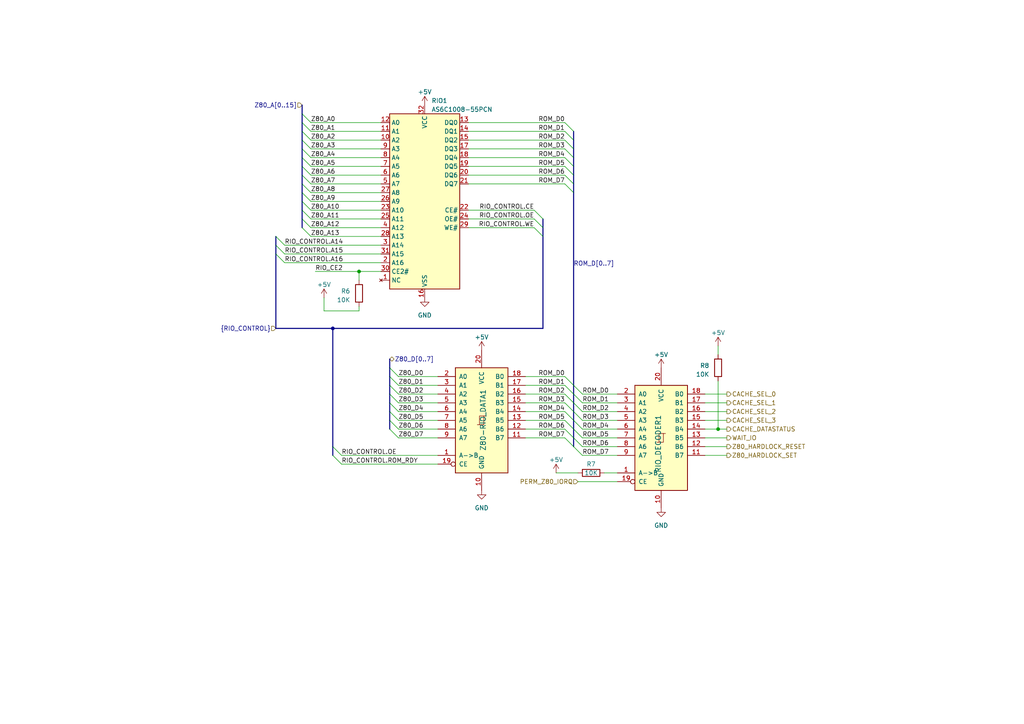
<source format=kicad_sch>
(kicad_sch (version 20230121) (generator eeschema)
  (paper "A4")
  (title_block (title "FujiNet Z80Bus reference design") (date "2023-05-13") (rev "0.1") (company "FujiNet"))
  (lib_symbols
    (symbol "74xx:74HC245" (pin_names (offset 1.016))
      (property "Reference" "U" (at -7.62 16.51 0))
      (property "Value" "74HC245" (at -7.62 -16.51 0))
      (symbol "74HC245_1_0"
        (polyline (pts (xy -0.635 -1.27) (xy -0.635 1.27) (xy 0.635 1.27)))
        (polyline (pts (xy -1.27 -1.27) (xy 0.635 -1.27) (xy 0.635 1.27) (xy 1.27 1.27)))
        (pin input line (at -12.7 -10.16 0) (length 5.08) (name "A->B") (number "1"))
        (pin power_in line (at 0 -20.32 90) (length 5.08) (name "GND") (number "10"))
        (pin tri_state line (at 12.7 -5.08 180) (length 5.08) (name "B7") (number "11"))
        (pin tri_state line (at 12.7 -2.54 180) (length 5.08) (name "B6") (number "12"))
        (pin tri_state line (at 12.7 0 180) (length 5.08) (name "B5") (number "13"))
        (pin tri_state line (at 12.7 2.54 180) (length 5.08) (name "B4") (number "14"))
        (pin tri_state line (at 12.7 5.08 180) (length 5.08) (name "B3") (number "15"))
        (pin tri_state line (at 12.7 7.62 180) (length 5.08) (name "B2") (number "16"))
        (pin tri_state line (at 12.7 10.16 180) (length 5.08) (name "B1") (number "17"))
        (pin tri_state line (at 12.7 12.7 180) (length 5.08) (name "B0") (number "18"))
        (pin input inverted (at -12.7 -12.7 0) (length 5.08) (name "CE") (number "19"))
        (pin tri_state line (at -12.7 12.7 0) (length 5.08) (name "A0") (number "2"))
        (pin power_in line (at 0 20.32 270) (length 5.08) (name "VCC") (number "20"))
        (pin tri_state line (at -12.7 10.16 0) (length 5.08) (name "A1") (number "3"))
        (pin tri_state line (at -12.7 7.62 0) (length 5.08) (name "A2") (number "4"))
        (pin tri_state line (at -12.7 5.08 0) (length 5.08) (name "A3") (number "5"))
        (pin tri_state line (at -12.7 2.54 0) (length 5.08) (name "A4") (number "6"))
        (pin tri_state line (at -12.7 0 0) (length 5.08) (name "A5") (number "7"))
        (pin tri_state line (at -12.7 -2.54 0) (length 5.08) (name "A6") (number "8"))
        (pin tri_state line (at -12.7 -5.08 0) (length 5.08) (name "A7") (number "9"))
      )
      (symbol "74HC245_1_1"
        (rectangle (start -7.62 15.24) (end 7.62 -15.24) (stroke (width 0.254)) (fill (type background)))
      )
    )
    (symbol "Device:R" (pin_numbers hide) (pin_names (offset 0))
      (property "Reference" "R" (at 2.032 0 90))
      (property "Value" "R" (at 0 0 90))
      (symbol "R_0_1"
        (rectangle (start -1.016 -2.54) (end 1.016 2.54) (stroke (width 0.254)))
      )
      (symbol "R_1_1"
        (pin passive line (at 0 3.81 270) (length 1.27) (name "~") (number "1"))
        (pin passive line (at 0 -3.81 90) (length 1.27) (name "~") (number "2"))
      )
    )
    (symbol "FujiNet_Memory_RAM:AS6C1008-55PCN"
      (property "Reference" "U" (at -10.16 26.035 0))
      (property "Value" "AS6C1008-55PCN" (at 2.54 26.035 0))
      (symbol "AS6C1008-55PCN_0_0"
        (pin power_in line (at 0 -27.94 90) (length 2.54) (name "VSS") (number "16"))
        (pin power_in line (at 0 27.94 270) (length 2.54) (name "VCC") (number "32"))
      )
      (symbol "AS6C1008-55PCN_1_1"
        (rectangle (start -10.16 25.4) (end 10.16 -25.4) (stroke (width 0.254)) (fill (type background)))
        (pin no_connect line (at -12.7 -22.86 0) (length 2.54) (name "NC") (number "1"))
        (pin input line (at -12.7 17.78 0) (length 2.54) (name "A2") (number "10"))
        (pin input line (at -12.7 20.32 0) (length 2.54) (name "A1") (number "11"))
        (pin input line (at -12.7 22.86 0) (length 2.54) (name "A0") (number "12"))
        (pin tri_state line (at 12.7 22.86 180) (length 2.54) (name "DQ0") (number "13"))
        (pin tri_state line (at 12.7 20.32 180) (length 2.54) (name "DQ1") (number "14"))
        (pin tri_state line (at 12.7 17.78 180) (length 2.54) (name "DQ2") (number "15"))
        (pin tri_state line (at 12.7 15.24 180) (length 2.54) (name "DQ3") (number "17"))
        (pin tri_state line (at 12.7 12.7 180) (length 2.54) (name "DQ4") (number "18"))
        (pin tri_state line (at 12.7 10.16 180) (length 2.54) (name "DQ5") (number "19"))
        (pin input line (at -12.7 -17.78 0) (length 2.54) (name "A16") (number "2"))
        (pin tri_state line (at 12.7 7.62 180) (length 2.54) (name "DQ6") (number "20"))
        (pin tri_state line (at 12.7 5.08 180) (length 2.54) (name "DQ7") (number "21"))
        (pin input line (at 12.7 -2.54 180) (length 2.54) (name "CE#") (number "22"))
        (pin input line (at -12.7 -2.54 0) (length 2.54) (name "A10") (number "23"))
        (pin input line (at 12.7 -5.08 180) (length 2.54) (name "OE#") (number "24"))
        (pin input line (at -12.7 -5.08 0) (length 2.54) (name "A11") (number "25"))
        (pin input line (at -12.7 0 0) (length 2.54) (name "A9") (number "26"))
        (pin input line (at -12.7 2.54 0) (length 2.54) (name "A8") (number "27"))
        (pin input line (at -12.7 -10.16 0) (length 2.54) (name "A13") (number "28"))
        (pin input line (at 12.7 -7.62 180) (length 2.54) (name "WE#") (number "29"))
        (pin input line (at -12.7 -12.7 0) (length 2.54) (name "A14") (number "3"))
        (pin input line (at -12.7 -20.32 0) (length 2.54) (name "CE2#") (number "30"))
        (pin input line (at -12.7 -15.24 0) (length 2.54) (name "A15") (number "31"))
        (pin input line (at -12.7 -7.62 0) (length 2.54) (name "A12") (number "4"))
        (pin input line (at -12.7 5.08 0) (length 2.54) (name "A7") (number "5"))
        (pin input line (at -12.7 7.62 0) (length 2.54) (name "A6") (number "6"))
        (pin input line (at -12.7 10.16 0) (length 2.54) (name "A5") (number "7"))
        (pin input line (at -12.7 12.7 0) (length 2.54) (name "A4") (number "8"))
        (pin input line (at -12.7 15.24 0) (length 2.54) (name "A3") (number "9"))
      )
    )
    (symbol "power:+5V" (power) (pin_names (offset 0))
      (property "Value" "+5V" (at 0 3.556 0))
      (symbol "+5V_0_1"
        (polyline (pts (xy -0.762 1.27) (xy 0 2.54)))
        (polyline (pts (xy 0 0) (xy 0 2.54)))
        (polyline (pts (xy 0 2.54) (xy 0.762 1.27)))
      )
      (symbol "+5V_1_1"
        (pin power_in line (at 0 0 90) (length 0) hide (name "+5V") (number "1"))
      )
    )
    (symbol "power:GND" (power) (pin_names (offset 0))
      (property "Value" "GND" (at 0 -3.81 0))
      (symbol "GND_0_1"
        (polyline (pts (xy 0 0) (xy 0 -1.27) (xy 1.27 -1.27) (xy 0 -2.54) (xy -1.27 -1.27) (xy 0 -1.27)))
      )
      (symbol "GND_1_1"
        (pin power_in line (at 0 0 270) (length 0) hide (name "GND") (number "1"))
      )
    )
  )
  (bus_alias "RIO_CONTROL" (members "RIO_CONTROL.A16" "RIO_CONTROL.A15" "RIO_CONTROL.A14" "RIO_CONTROL.A13" "RIO_CONTROL.WE" "RIO_CONTROL.CE" "RIO_CONTROL.OE" "RIO_CONTROL.ROM_RDY"))
  (junction (at 96.52 95.25))
  (junction (at 208.28 124.46))
  (junction (at 104.14 78.74))
  (bus_entry (at 87.63 33.02) (size 2.54 2.54))
  (bus_entry (at 166.37 116.84) (size 2.54 2.54))
  (bus_entry (at 87.63 48.26) (size 2.54 2.54))
  (bus_entry (at 113.03 111.76) (size 2.54 2.54))
  (bus_entry (at 166.37 124.46) (size 2.54 2.54))
  (bus_entry (at 87.63 43.18) (size 2.54 2.54))
  (bus_entry (at 113.03 124.46) (size 2.54 2.54))
  (bus_entry (at 166.37 119.38) (size 2.54 2.54))
  (bus_entry (at 90.17 58.42) (size -2.54 -2.54))
  (bus_entry (at 166.37 121.92) (size 2.54 2.54))
  (bus_entry (at 154.94 60.96) (size 2.54 2.54))
  (bus_entry (at 166.37 129.54) (size 2.54 2.54))
  (bus_entry (at 87.63 50.8) (size 2.54 2.54))
  (bus_entry (at 163.83 45.72) (size 2.54 2.54))
  (bus_entry (at 163.83 116.84) (size 2.54 2.54))
  (bus_entry (at 163.83 48.26) (size 2.54 2.54))
  (bus_entry (at 163.83 119.38) (size 2.54 2.54))
  (bus_entry (at 166.37 127) (size 2.54 2.54))
  (bus_entry (at 113.03 119.38) (size 2.54 2.54))
  (bus_entry (at 87.63 35.56) (size 2.54 2.54))
  (bus_entry (at 113.03 121.92) (size 2.54 2.54))
  (bus_entry (at 163.83 121.92) (size 2.54 2.54))
  (bus_entry (at 113.03 106.68) (size 2.54 2.54))
  (bus_entry (at 87.63 45.72) (size 2.54 2.54))
  (bus_entry (at 163.83 111.76) (size 2.54 2.54))
  (bus_entry (at 163.83 35.56) (size 2.54 2.54))
  (bus_entry (at 163.83 114.3) (size 2.54 2.54))
  (bus_entry (at 96.52 129.54) (size 2.54 2.54))
  (bus_entry (at 113.03 114.3) (size 2.54 2.54))
  (bus_entry (at 87.63 53.34) (size 2.54 2.54))
  (bus_entry (at 163.83 127) (size 2.54 2.54))
  (bus_entry (at 87.63 66.04) (size 2.54 2.54))
  (bus_entry (at 154.94 63.5) (size 2.54 2.54))
  (bus_entry (at 96.52 132.08) (size 2.54 2.54))
  (bus_entry (at 166.37 111.76) (size 2.54 2.54))
  (bus_entry (at 80.01 68.58) (size 2.54 2.54))
  (bus_entry (at 90.17 66.04) (size -2.54 -2.54))
  (bus_entry (at 113.03 109.22) (size 2.54 2.54))
  (bus_entry (at 87.63 38.1) (size 2.54 2.54))
  (bus_entry (at 163.83 38.1) (size 2.54 2.54))
  (bus_entry (at 113.03 116.84) (size 2.54 2.54))
  (bus_entry (at 80.01 73.66) (size 2.54 2.54))
  (bus_entry (at 90.17 60.96) (size -2.54 -2.54))
  (bus_entry (at 80.01 71.12) (size 2.54 2.54))
  (bus_entry (at 166.37 114.3) (size 2.54 2.54))
  (bus_entry (at 163.83 40.64) (size 2.54 2.54))
  (bus_entry (at 163.83 109.22) (size 2.54 2.54))
  (bus_entry (at 90.17 63.5) (size -2.54 -2.54))
  (bus_entry (at 87.63 40.64) (size 2.54 2.54))
  (bus_entry (at 163.83 124.46) (size 2.54 2.54))
  (bus_entry (at 163.83 43.18) (size 2.54 2.54))
  (bus_entry (at 154.94 66.04) (size 2.54 2.54))
  (bus_entry (at 163.83 50.8) (size 2.54 2.54))
  (bus_entry (at 163.83 53.34) (size 2.54 2.54))
  (wire (pts (xy 110.49 78.74) (xy 104.14 78.74)))
  (wire (pts (xy 135.89 45.72) (xy 163.83 45.72)))
  (wire (pts (xy 127 121.92) (xy 115.57 121.92)))
  (bus (pts (xy 113.03 109.22) (xy 113.03 111.76)))
  (wire (pts (xy 104.14 90.17) (xy 104.14 88.9)))
  (wire (pts (xy 152.4 119.38) (xy 163.83 119.38)))
  (bus (pts (xy 113.03 116.84) (xy 113.03 119.38)))
  (wire (pts (xy 168.91 129.54) (xy 179.07 129.54)))
  (bus (pts (xy 87.63 45.72) (xy 87.63 48.26)))
  (wire (pts (xy 152.4 121.92) (xy 163.83 121.92)))
  (bus (pts (xy 166.37 53.34) (xy 166.37 55.88)))
  (bus (pts (xy 157.48 66.04) (xy 157.48 68.58)))
  (wire (pts (xy 152.4 114.3) (xy 163.83 114.3)))
  (wire (pts (xy 93.98 86.36) (xy 93.98 90.17)))
  (wire (pts (xy 135.89 53.34) (xy 163.83 53.34)))
  (bus (pts (xy 87.63 43.18) (xy 87.63 45.72)))
  (wire (pts (xy 135.89 43.18) (xy 163.83 43.18)))
  (wire (pts (xy 208.28 100.33) (xy 208.28 102.87)))
  (wire (pts (xy 110.49 60.96) (xy 90.17 60.96)))
  (wire (pts (xy 110.49 53.34) (xy 90.17 53.34)))
  (bus (pts (xy 166.37 48.26) (xy 166.37 50.8)))
  (bus (pts (xy 87.63 33.02) (xy 87.63 35.56)))
  (bus (pts (xy 80.01 68.58) (xy 80.01 71.12)))
  (wire (pts (xy 152.4 116.84) (xy 163.83 116.84)))
  (wire (pts (xy 167.64 139.7) (xy 179.07 139.7)))
  (wire (pts (xy 110.49 66.04) (xy 90.17 66.04)))
  (wire (pts (xy 204.47 119.38) (xy 210.82 119.38)))
  (wire (pts (xy 90.17 55.88) (xy 110.49 55.88)))
  (bus (pts (xy 157.48 63.5) (xy 157.48 66.04)))
  (wire (pts (xy 135.89 35.56) (xy 163.83 35.56)))
  (bus (pts (xy 87.63 38.1) (xy 87.63 40.64)))
  (wire (pts (xy 110.49 50.8) (xy 90.17 50.8)))
  (bus (pts (xy 166.37 50.8) (xy 166.37 53.34)))
  (wire (pts (xy 127 111.76) (xy 115.57 111.76)))
  (wire (pts (xy 204.47 129.54) (xy 210.82 129.54)))
  (wire (pts (xy 152.4 124.46) (xy 163.83 124.46)))
  (wire (pts (xy 208.28 124.46) (xy 210.82 124.46)))
  (bus (pts (xy 96.52 95.25) (xy 96.52 129.54)))
  (wire (pts (xy 127 124.46) (xy 115.57 124.46)))
  (wire (pts (xy 152.4 111.76) (xy 163.83 111.76)))
  (bus (pts (xy 80.01 71.12) (xy 80.01 73.66)))
  (wire (pts (xy 208.28 110.49) (xy 208.28 124.46)))
  (wire (pts (xy 110.49 45.72) (xy 90.17 45.72)))
  (wire (pts (xy 204.47 124.46) (xy 208.28 124.46)))
  (bus (pts (xy 96.52 129.54) (xy 96.52 132.08)))
  (bus (pts (xy 166.37 43.18) (xy 166.37 45.72)))
  (bus (pts (xy 87.63 30.48) (xy 87.63 33.02)))
  (wire (pts (xy 168.91 132.08) (xy 179.07 132.08)))
  (wire (pts (xy 110.49 71.12) (xy 82.55 71.12)))
  (bus (pts (xy 87.63 35.56) (xy 87.63 38.1)))
  (wire (pts (xy 135.89 63.5) (xy 154.94 63.5)))
  (bus (pts (xy 87.63 63.5) (xy 87.63 66.04)))
  (wire (pts (xy 168.91 124.46) (xy 179.07 124.46)))
  (bus (pts (xy 166.37 121.92) (xy 166.37 124.46)))
  (bus (pts (xy 157.48 95.25) (xy 96.52 95.25)))
  (bus (pts (xy 166.37 40.64) (xy 166.37 43.18)))
  (wire (pts (xy 204.47 132.08) (xy 210.82 132.08)))
  (wire (pts (xy 127 132.08) (xy 99.06 132.08)))
  (wire (pts (xy 82.55 76.2) (xy 110.49 76.2)))
  (bus (pts (xy 87.63 50.8) (xy 87.63 53.34)))
  (bus (pts (xy 166.37 111.76) (xy 166.37 114.3)))
  (wire (pts (xy 127 114.3) (xy 115.57 114.3)))
  (bus (pts (xy 87.63 48.26) (xy 87.63 50.8)))
  (wire (pts (xy 135.89 48.26) (xy 163.83 48.26)))
  (bus (pts (xy 113.03 119.38) (xy 113.03 121.92)))
  (wire (pts (xy 127 119.38) (xy 115.57 119.38)))
  (bus (pts (xy 166.37 114.3) (xy 166.37 116.84)))
  (wire (pts (xy 90.17 63.5) (xy 110.49 63.5)))
  (bus (pts (xy 80.01 73.66) (xy 80.01 95.25)))
  (wire (pts (xy 110.49 48.26) (xy 90.17 48.26)))
  (wire (pts (xy 110.49 35.56) (xy 90.17 35.56)))
  (wire (pts (xy 168.91 114.3) (xy 179.07 114.3)))
  (bus (pts (xy 166.37 38.1) (xy 166.37 40.64)))
  (wire (pts (xy 135.89 40.64) (xy 163.83 40.64)))
  (wire (pts (xy 127 116.84) (xy 115.57 116.84)))
  (wire (pts (xy 93.98 90.17) (xy 104.14 90.17)))
  (wire (pts (xy 168.91 119.38) (xy 179.07 119.38)))
  (wire (pts (xy 110.49 68.58) (xy 90.17 68.58)))
  (bus (pts (xy 157.48 68.58) (xy 157.48 95.25)))
  (bus (pts (xy 113.03 121.92) (xy 113.03 124.46)))
  (bus (pts (xy 87.63 55.88) (xy 87.63 58.42)))
  (bus (pts (xy 166.37 119.38) (xy 166.37 121.92)))
  (wire (pts (xy 204.47 114.3) (xy 210.82 114.3)))
  (bus (pts (xy 166.37 45.72) (xy 166.37 48.26)))
  (bus (pts (xy 166.37 127) (xy 166.37 129.54)))
  (bus (pts (xy 80.01 95.25) (xy 96.52 95.25)))
  (bus (pts (xy 113.03 111.76) (xy 113.03 114.3)))
  (wire (pts (xy 168.91 116.84) (xy 179.07 116.84)))
  (bus (pts (xy 166.37 116.84) (xy 166.37 119.38)))
  (wire (pts (xy 127 134.62) (xy 99.06 134.62)))
  (wire (pts (xy 152.4 109.22) (xy 163.83 109.22)))
  (bus (pts (xy 166.37 124.46) (xy 166.37 127)))
  (wire (pts (xy 127 127) (xy 115.57 127)))
  (wire (pts (xy 135.89 50.8) (xy 163.83 50.8)))
  (wire (pts (xy 204.47 121.92) (xy 210.82 121.92)))
  (wire (pts (xy 152.4 127) (xy 163.83 127)))
  (wire (pts (xy 110.49 40.64) (xy 90.17 40.64)))
  (wire (pts (xy 110.49 43.18) (xy 90.17 43.18)))
  (bus (pts (xy 166.37 55.88) (xy 166.37 111.76)))
  (wire (pts (xy 104.14 78.74) (xy 91.44 78.74)))
  (wire (pts (xy 204.47 127) (xy 210.82 127)))
  (bus (pts (xy 113.03 104.14) (xy 113.03 106.68)))
  (wire (pts (xy 110.49 73.66) (xy 82.55 73.66)))
  (bus (pts (xy 113.03 114.3) (xy 113.03 116.84)))
  (wire (pts (xy 127 109.22) (xy 115.57 109.22)))
  (wire (pts (xy 204.47 116.84) (xy 210.82 116.84)))
  (wire (pts (xy 135.89 38.1) (xy 163.83 38.1)))
  (bus (pts (xy 87.63 53.34) (xy 87.63 55.88)))
  (bus (pts (xy 87.63 40.64) (xy 87.63 43.18)))
  (wire (pts (xy 110.49 38.1) (xy 90.17 38.1)))
  (wire (pts (xy 110.49 58.42) (xy 90.17 58.42)))
  (bus (pts (xy 113.03 106.68) (xy 113.03 109.22)))
  (wire (pts (xy 135.89 60.96) (xy 154.94 60.96)))
  (wire (pts (xy 175.26 137.16) (xy 179.07 137.16)))
  (bus (pts (xy 87.63 58.42) (xy 87.63 60.96)))
  (wire (pts (xy 168.91 127) (xy 179.07 127)))
  (wire (pts (xy 135.89 66.04) (xy 154.94 66.04)))
  (wire (pts (xy 104.14 78.74) (xy 104.14 81.28)))
  (wire (pts (xy 168.91 121.92) (xy 179.07 121.92)))
  (wire (pts (xy 161.29 137.16) (xy 167.64 137.16)))
  (bus (pts (xy 87.63 60.96) (xy 87.63 63.5)))
  (label "RIO_CONTROL.A15" (at 82.55 73.66 0))
  (label "Z80_D0" (at 115.57 109.22 0))
  (label "Z80_A7" (at 90.17 53.34 0))
  (label "ROM_D1" (at 163.83 111.76 180))
  (label "ROM_D2" (at 163.83 40.64 180))
  (label "ROM_D6" (at 168.91 129.54 0))
  (label "ROM_D0" (at 163.83 109.22 180))
  (label "ROM_D1" (at 163.83 38.1 180))
  (label "Z80_D5" (at 115.57 121.92 0))
  (label "ROM_D6" (at 163.83 50.8 180))
  (label "ROM_D1" (at 168.91 116.84 0))
  (label "RIO_CONTROL.WE" (at 154.94 66.04 180))
  (label "Z80_A8" (at 90.17 55.88 0))
  (label "ROM_D3" (at 168.91 121.92 0))
  (label "Z80_A3" (at 90.17 43.18 0))
  (label "ROM_D5" (at 163.83 48.26 180))
  (label "Z80_A9" (at 90.17 58.42 0))
  (label "RIO_CONTROL.OE" (at 154.94 63.5 180))
  (label "Z80_A11" (at 90.17 63.5 0))
  (label "Z80_D2" (at 115.57 114.3 0))
  (label "Z80_D3" (at 115.57 116.84 0))
  (label "Z80_A12" (at 90.17 66.04 0))
  (label "Z80_D1" (at 115.57 111.76 0))
  (label "Z80_D4" (at 115.57 119.38 0))
  (label "Z80_A4" (at 90.17 45.72 0))
  (label "ROM_D4" (at 163.83 119.38 180))
  (label "ROM_D0" (at 163.83 35.56 180))
  (label "RIO_CONTROL.CE" (at 154.94 60.96 180))
  (label "ROM_D5" (at 163.83 121.92 180))
  (label "Z80_A10" (at 90.17 60.96 0))
  (label "Z80_A2" (at 90.17 40.64 0))
  (label "Z80_A6" (at 90.17 50.8 0))
  (label "RIO_CONTROL.A14" (at 82.55 71.12 0))
  (label "RIO_CONTROL.OE" (at 99.06 132.08 0))
  (label "ROM_D0" (at 168.91 114.3 0))
  (label "ROM_D3" (at 163.83 116.84 180))
  (label "RIO_CONTROL.A16" (at 82.55 76.2 0))
  (label "ROM_D2" (at 168.91 119.38 0))
  (label "RIO_CONTROL.ROM_RDY" (at 99.06 134.62 0))
  (label "ROM_D4" (at 163.83 45.72 180))
  (label "Z80_A13" (at 90.17 68.58 0))
  (label "Z80_A0" (at 90.17 35.56 0))
  (label "ROM_D7" (at 163.83 53.34 180))
  (label "ROM_D4" (at 168.91 124.46 0))
  (label "ROM_D7" (at 168.91 132.08 0))
  (label "ROM_D6" (at 163.83 124.46 180))
  (label "Z80_D7" (at 115.57 127 0))
  (label "ROM_D5" (at 168.91 127 0))
  (label "Z80_A1" (at 90.17 38.1 0))
  (label "Z80_D6" (at 115.57 124.46 0))
  (label "ROM_D7" (at 163.83 127 180))
  (label "ROM_D[0..7]" (at 166.37 77.47 0))
  (label "ROM_D3" (at 163.83 43.18 180))
  (label "ROM_D2" (at 163.83 114.3 180))
  (label "RIO_CE2" (at 91.44 78.74 0))
  (label "Z80_A5" (at 90.17 48.26 0))
  (hierarchical_label "CACHE_SEL_3" (shape output) (at 210.82 121.92 0))
  (hierarchical_label "PERM_Z80_IORQ" (shape input) (at 167.64 139.7 180))
  (hierarchical_label "Z80_D[0..7]" (shape bidirectional) (at 113.03 104.14 0))
  (hierarchical_label "Z80_HARDLOCK_SET" (shape output) (at 210.82 132.08 0))
  (hierarchical_label "Z80_A[0..15]" (shape input) (at 87.63 30.48 180))
  (hierarchical_label "Z80_HARDLOCK_RESET" (shape output) (at 210.82 129.54 0))
  (hierarchical_label "CACHE_SEL_2" (shape output) (at 210.82 119.38 0))
  (hierarchical_label "CACHE_DATASTATUS" (shape output) (at 210.82 124.46 0))
  (hierarchical_label "CACHE_SEL_0" (shape output) (at 210.82 114.3 0))
  (hierarchical_label "{RIO_CONTROL}" (shape input) (at 80.01 95.25 180))
  (hierarchical_label "CACHE_SEL_1" (shape output) (at 210.82 116.84 0))
  (hierarchical_label "WAIT_IO" (shape output) (at 210.82 127 0))
  (symbol (lib_id "Device:R") (at 104.14 85.09 0) (mirror x) (unit 1)
    (property "Reference" "R6" (at 101.6 84.455 0) (effects (justify right)))
    (property "Value" "10K" (at 101.6 86.995 0) (effects (justify right)))
    (property "Footprint" "Resistor_THT:R_Axial_DIN0207_L6.3mm_D2.5mm_P10.16mm_Horizontal" (effects hide))
  )
  (symbol (lib_id "power:GND") (at 123.19 86.36 0) (unit 1)
    (property "Reference" "#PWR019" (effects hide))
    (property "Value" "GND" (at 123.19 91.44 0))
  )
  (symbol (lib_id "74xx:74HC245") (at 191.77 127 0) (unit 1)
    (property "Reference" "RIO_DECODER1" (at 191.77 137.16 90) (effects (font (size 1.4986 1.4986)) (justify left bottom)))
    (property "Value" "74HC245N" (effects hide))
    (property "Footprint" "Package_DIP:DIP-20_W7.62mm_Socket" (effects hide))
    (property "Datasheet" "http://www.ti.com/lit/gpn/sn74HC245" (effects hide))
    (instances (project "FujiNet_Z80Bus_ReferenceDesign" (path "" (reference "RIO_DECODER1") (unit 1)) (path "" (reference "RIO_DECODER?") (unit 1)) (path "" (reference "RIO_DECODER?") (unit 1))))
  )
  (symbol (lib_id "Device:R") (at 171.45 137.16 270) (unit 1)
    (property "Reference" "R7" (at 171.45 134.62 90))
    (property "Value" "10K" (at 171.45 137.16 90))
    (property "Footprint" "Resistor_THT:R_Axial_DIN0207_L6.3mm_D2.5mm_P10.16mm_Horizontal" (effects hide))
    (instances (project "FujiNet_Z80Bus_ReferenceDesign" (path "" (reference "R7") (unit 1)) (path "" (reference "R?") (unit 1))))
  )
  (symbol (lib_id "74xx:74HC245") (at 139.7 121.92 0) (unit 1)
    (property "Reference" "Z80-RIO_DATA1" (at 140.97 130.81 90) (effects (font (size 1.4986 1.4986)) (justify left bottom)))
    (property "Value" "74HC245N" (effects hide))
    (property "Footprint" "Package_DIP:DIP-20_W7.62mm_Socket" (effects hide))
    (property "Datasheet" "http://www.ti.com/lit/gpn/sn74HC245" (effects hide))
    (instances (project "FujiNet_Z80Bus_ReferenceDesign" (path "" (reference "Z80-RIO_DATA1") (unit 1)) (path "" (reference "Z80-RIO_DATA?") (unit 1))))
  )
  (symbol (lib_id "power:+5V") (at 161.29 137.16 0) (unit 1)
    (property "Reference" "#PWR020" (effects hide))
    (property "Value" "+5V" (at 161.29 133.35 0))
  )
  (symbol (lib_id "power:+5V") (at 123.19 30.48 0) (unit 1)
    (property "Reference" "#PWR021" (effects hide))
    (property "Value" "+5V" (at 123.19 26.67 0))
  )
  (symbol (lib_id "power:+5V") (at 191.77 106.68 0) (unit 1)
    (property "Reference" "#PWR055" (effects hide))
    (property "Value" "+5V" (at 191.77 102.87 0))
    (instances (project "FujiNet_Z80Bus_ReferenceDesign" (path "" (reference "#PWR055") (unit 1)) (path "" (reference "#PWR025") (unit 1))))
  )
  (symbol (lib_id "power:GND") (at 191.77 147.32 0) (unit 1)
    (property "Reference" "#PWR054" (effects hide))
    (property "Value" "GND" (at 191.77 152.4 0))
  )
  (symbol (lib_id "FujiNet_Memory_RAM:AS6C1008-55PCN") (at 123.19 58.42 0) (unit 1)
    (property "Reference" "RIO1" (at 125.1459 29.21 0) (effects (justify left)))
    (property "Value" "AS6C1008-55PCN" (at 125.1459 31.75 0) (effects (justify left)))
    (property "Footprint" "Package_DIP:DIP-32_W15.24mm" (effects hide))
    (property "Datasheet" "https://www.alliancememory.com/wp-content/uploads/pdf/AS6C1008.pdf" (effects hide))
  )
  (symbol (lib_id "power:+5V") (at 139.7 101.6 0) (unit 1)
    (property "Reference" "#PWR060" (effects hide))
    (property "Value" "+5V" (at 139.7 97.79 0))
    (instances (project "FujiNet_Z80Bus_ReferenceDesign" (path "" (reference "#PWR060") (unit 1)) (path "" (reference "#PWR025") (unit 1))))
  )
  (symbol (lib_id "power:+5V") (at 93.98 86.36 0) (mirror y) (unit 1)
    (property "Reference" "#PWR023" (effects hide))
    (property "Value" "+5V" (at 93.98 82.55 0))
  )
  (symbol (lib_id "Device:R") (at 208.28 106.68 0) (mirror x) (unit 1)
    (property "Reference" "R8" (at 205.74 106.045 0) (effects (justify right)))
    (property "Value" "10K" (at 205.74 108.585 0) (effects (justify right)))
    (property "Footprint" "Resistor_THT:R_Axial_DIN0207_L6.3mm_D2.5mm_P10.16mm_Horizontal" (effects hide))
    (instances (project "FujiNet_Z80Bus_ReferenceDesign" (path "" (reference "R8") (unit 1)) (path "" (reference "R?") (unit 1)) (path "" (reference "R6") (unit 1))))
  )
  (symbol (lib_id "power:+5V") (at 208.28 100.33 0) (unit 1)
    (property "Reference" "#PWR022" (effects hide))
    (property "Value" "+5V" (at 208.28 96.52 0))
    (instances (project "FujiNet_Z80Bus_ReferenceDesign" (path "" (reference "#PWR022") (unit 1)) (path "" (reference "#PWR025") (unit 1))))
  )
  (symbol (lib_id "power:GND") (at 139.7 142.24 0) (unit 1)
    (property "Reference" "#PWR053" (effects hide))
    (property "Value" "GND" (at 139.7 147.32 0))
  )
)
</source>
